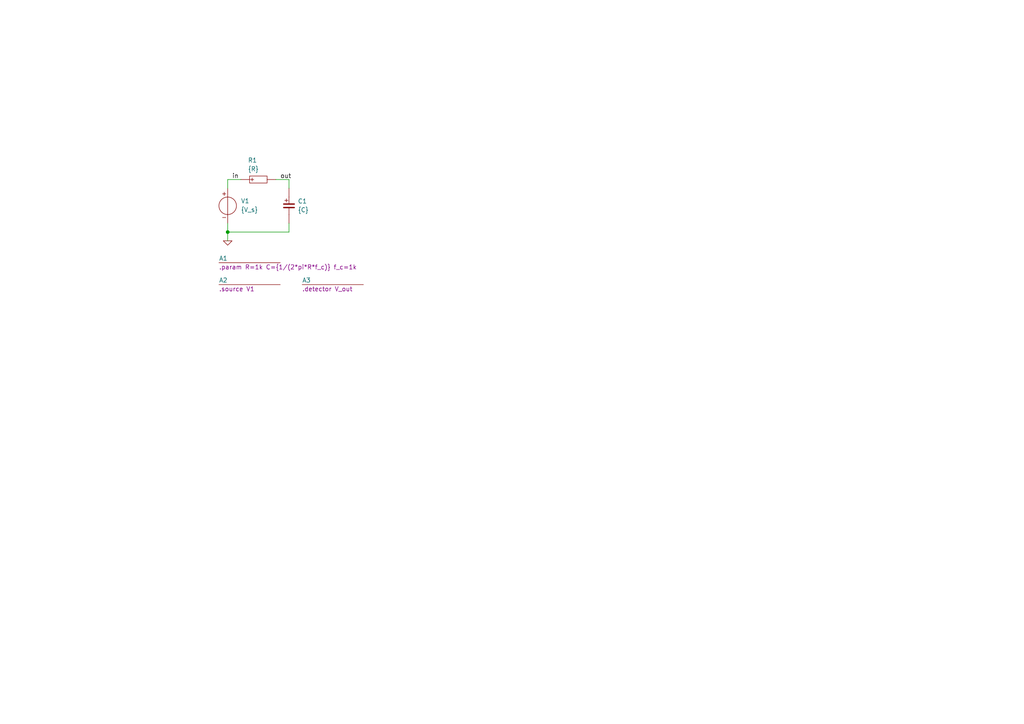
<source format=kicad_sch>
(kicad_sch (version 20231120) (generator "eeschema") (generator_version "8.0")
  (paper "A4")
  (title_block (title "myFirstRCnetwork"))
  (lib_symbols
    (symbol "SLiCAP:C" (pin_numbers hide) (pin_names (offset 1.016) hide)
      (property "Reference" "C?" (at 13.97 3.81 0))
      (property "Value" "{C}" (at 12.7 1.27 0) (show_name))
      (property "vinit" "0" (at 16.51 -1.27 0) (show_name))
      (symbol "C_0_0"
        (text "+" (at 9.398 1.651 0) (effects (font (size 1.27 1.27))))
        (pin passive line (at 10.16 -5.08 90) (length 2.54) (name "1") (number "1"))
        (pin passive line (at 10.16 5.08 270) (length 2.54) (name "2") (number "2"))
      )
      (symbol "C_0_1"
        (polyline (pts (xy 8.636 -0.508) (xy 11.684 -0.508)) (stroke (width 0.381)))
        (polyline (pts (xy 8.636 0.508) (xy 11.684 0.508)) (stroke (width 0.381)))
        (polyline (pts (xy 10.16 -2.54) (xy 10.16 -0.508)))
        (polyline (pts (xy 10.16 2.54) (xy 10.16 0.508)))
      )
    )
    (symbol "SLiCAP:Command" (pin_numbers hide) (pin_names (offset 0) hide)
      (property "Reference" "A?" (at 0 1.27 0))
      (property "command" "?" (at 0 -1.905 0))
      (symbol "Command_0_1"
        (polyline (pts (xy 0 0) (xy 17.78 0)))
      )
    )
    (symbol "SLiCAP:R" (pin_numbers hide) (pin_names (offset 1.016) hide)
      (property "Reference" "R?" (at 12.065 3.81 0))
      (property "Value" "{R}" (at 12.065 1.905 0) (show_name))
      (property "noisetemp" "0" (at 12.065 0 0) (show_name))
      (property "noiseflow" "0" (at 25.4 0 0) (show_name))
      (property "dcvar" "0" (at 12.065 -1.905 0) (show_name))
      (property "dcvarlot" "0" (at 25.4 -1.905 0) (show_name))
      (symbol "R_0_0"
        (text "+" (at 10.16 1.905 0) (effects (font (size 1.27 1.27))))
        (pin passive line (at 10.16 -5.08 90) (length 2.54) (name "1") (number "1"))
        (pin passive line (at 10.16 5.08 270) (length 2.54) (name "2") (number "2"))
      )
      (symbol "R_0_1"
        (rectangle (start 9.144 2.54) (end 11.176 -2.54))
      )
    )
    (symbol "SLiCAP:V" (pin_numbers hide) (pin_names (offset 0) hide)
      (property "Reference" "V?" (at 3.175 4.445 0))
      (property "Value" "{V}" (at 3.175 2.54 0) (show_name))
      (property "noise" "0" (at 3.175 -3.175 0) (show_name))
      (property "dc" "0" (at 3.175 0.635 0) (show_name))
      (property "dcvar" "0" (at 3.175 -1.27 0) (show_name))
      (symbol "V_0_0"
        (circle (center 0 0) (radius 2.54))
        (text "+" (at -1.016 3.556 0) (effects (font (size 1.27 1.27))))
        (text "-" (at -1.016 -3.302 0) (effects (font (size 1.27 1.27))))
        (pin power_out line (at 0 5.08 270) (length 2.54) (name "p") (number "1"))
        (pin power_out line (at 0 -5.08 90) (length 2.54) (name "n") (number "2"))
      )
      (symbol "V_0_1"
        (polyline (pts (xy 0 2.54) (xy 0 -2.54)))
      )
    )
    (symbol "Simulation_SPICE:0" (power) (pin_names (offset 0))
      (property "Value" "0" (at 0 -1.778 0))
      (symbol "0_0_1"
        (polyline (pts (xy -1.27 0) (xy 0 -1.27) (xy 1.27 0) (xy -1.27 0)))
      )
      (symbol "0_1_1"
        (pin power_in line (at 0 0 0) (length 0) hide (name "0") (number "1"))
      )
    )
  )
  (junction (at 66.04 67.31))
  (wire (pts (xy 83.82 64.77) (xy 83.82 67.31)))
  (wire (pts (xy 66.04 67.31) (xy 83.82 67.31)))
  (wire (pts (xy 83.82 54.61) (xy 83.82 52.07)))
  (wire (pts (xy 66.04 52.07) (xy 66.04 54.61)))
  (wire (pts (xy 66.04 64.77) (xy 66.04 67.31)))
  (wire (pts (xy 66.04 67.31) (xy 66.04 69.85)))
  (wire (pts (xy 69.85 52.07) (xy 66.04 52.07)))
  (wire (pts (xy 83.82 52.07) (xy 80.01 52.07)))
  (label "in" (at 67.31 52.07 0))
  (label "out" (at 81.28 52.07 0))
  (symbol (lib_id "SLiCAP:Command") (at 87.63 82.55 0) (unit 1)
    (property "Reference" "A3" (at 87.63 81.28 0) (effects (justify left)))
    (property "command" ".detector V_out" (at 87.63 83.82 0) (effects (justify left)))
  )
  (symbol (lib_id "SLiCAP:V") (at 66.04 59.69 0) (unit 1)
    (property "Reference" "V1" (at 69.85 58.2929 0) (effects (justify left)))
    (property "Value" "{V_s}" (at 69.85 60.8329 0) (effects (justify left)))
    (property "noise" "0" (effects (hide yes)))
    (property "dc" "0" (effects (hide yes)))
    (property "dcvar" "0" (effects (hide yes)))
    (property "model" "V" (effects (hide yes)))
  )
  (symbol (lib_id "SLiCAP:C") (at 73.66 59.69 0) (unit 1)
    (property "Reference" "C1" (at 86.36 58.3536 0) (effects (justify left)))
    (property "Value" "{C}" (at 86.36 60.8936 0) (effects (justify left)))
    (property "model" "C" (effects (hide yes)))
    (property "vinit" "0" (effects (hide yes)))
  )
  (symbol (lib_id "Simulation_SPICE:0") (at 66.04 69.85 0) (unit 1)
    (property "Reference" "#GND01" (effects (hide yes)))
    (property "Value" "0" (effects (hide yes)))
  )
  (symbol (lib_id "SLiCAP:Command") (at 63.5 82.55 0) (unit 1)
    (property "Reference" "A2" (at 63.5 81.28 0) (effects (justify left)))
    (property "command" ".source V1" (at 63.5 83.82 0) (effects (justify left)))
  )
  (symbol (lib_id "SLiCAP:Command") (at 63.5 76.2 0) (unit 1)
    (property "Reference" "A1" (at 63.5 74.93 0) (effects (justify left)))
    (property "command" ".param R=1k C={1/(2*pi*R*f_c)} f_c=1k" (at 63.5 77.47 0) (effects (justify left)))
  )
  (symbol (lib_id "SLiCAP:R") (at 74.93 62.23 90) (unit 1)
    (property "Reference" "R1" (at 71.882 46.482 90) (effects (justify right)))
    (property "Value" "{R}" (at 71.882 49.022 90) (effects (justify right)))
    (property "model" "R" (effects (hide yes)))
    (property "noisetemp" "0" (effects (hide yes)))
    (property "noiseflow" "0" (effects (hide yes)))
    (property "dcvar" "0" (effects (hide yes)))
    (property "dcvarlot" "0" (effects (hide yes)))
  )
)
</source>
